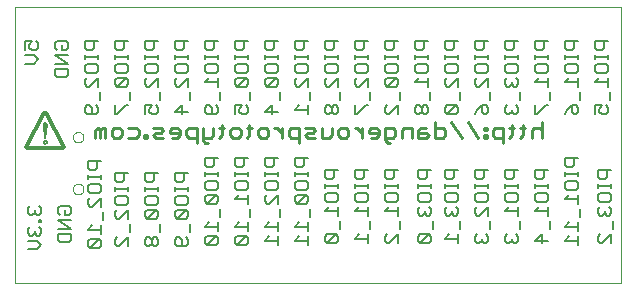
<source format=gbo>
G75*
G70*
%OFA0B0*%
%FSLAX24Y24*%
%IPPOS*%
%LPD*%
%AMOC8*
5,1,8,0,0,1.08239X$1,22.5*
%
%ADD10C,0.0000*%
%ADD11C,0.0060*%
%ADD12C,0.0090*%
%ADD13C,0.0050*%
%ADD14C,0.0120*%
D10*
X000350Y000158D02*
X000350Y009358D01*
X020550Y009358D01*
X020550Y000158D01*
X000350Y000158D01*
X002273Y003292D02*
X002275Y003318D01*
X002281Y003344D01*
X002291Y003369D01*
X002304Y003392D01*
X002320Y003412D01*
X002340Y003430D01*
X002362Y003445D01*
X002385Y003457D01*
X002411Y003465D01*
X002437Y003469D01*
X002463Y003469D01*
X002489Y003465D01*
X002515Y003457D01*
X002539Y003445D01*
X002560Y003430D01*
X002580Y003412D01*
X002596Y003392D01*
X002609Y003369D01*
X002619Y003344D01*
X002625Y003318D01*
X002627Y003292D01*
X002625Y003266D01*
X002619Y003240D01*
X002609Y003215D01*
X002596Y003192D01*
X002580Y003172D01*
X002560Y003154D01*
X002538Y003139D01*
X002515Y003127D01*
X002489Y003119D01*
X002463Y003115D01*
X002437Y003115D01*
X002411Y003119D01*
X002385Y003127D01*
X002361Y003139D01*
X002340Y003154D01*
X002320Y003172D01*
X002304Y003192D01*
X002291Y003215D01*
X002281Y003240D01*
X002275Y003266D01*
X002273Y003292D01*
X002273Y005024D02*
X002275Y005050D01*
X002281Y005076D01*
X002291Y005101D01*
X002304Y005124D01*
X002320Y005144D01*
X002340Y005162D01*
X002362Y005177D01*
X002385Y005189D01*
X002411Y005197D01*
X002437Y005201D01*
X002463Y005201D01*
X002489Y005197D01*
X002515Y005189D01*
X002539Y005177D01*
X002560Y005162D01*
X002580Y005144D01*
X002596Y005124D01*
X002609Y005101D01*
X002619Y005076D01*
X002625Y005050D01*
X002627Y005024D01*
X002625Y004998D01*
X002619Y004972D01*
X002609Y004947D01*
X002596Y004924D01*
X002580Y004904D01*
X002560Y004886D01*
X002538Y004871D01*
X002515Y004859D01*
X002489Y004851D01*
X002463Y004847D01*
X002437Y004847D01*
X002411Y004851D01*
X002385Y004859D01*
X002361Y004871D01*
X002340Y004886D01*
X002320Y004904D01*
X002304Y004924D01*
X002291Y004947D01*
X002281Y004972D01*
X002275Y004998D01*
X002273Y005024D01*
D11*
X002753Y005786D02*
X002679Y005860D01*
X002679Y006006D01*
X002753Y006080D01*
X002826Y006080D01*
X002899Y006006D01*
X002899Y005786D01*
X002753Y005786D02*
X003046Y005786D01*
X003120Y005860D01*
X003120Y006006D01*
X003046Y006080D01*
X003193Y006247D02*
X003193Y006540D01*
X003120Y006707D02*
X003120Y007001D01*
X002826Y006707D01*
X002753Y006707D01*
X002679Y006780D01*
X002679Y006927D01*
X002753Y007001D01*
X002753Y007167D02*
X002679Y007241D01*
X002679Y007387D01*
X002753Y007461D01*
X003046Y007461D01*
X003120Y007387D01*
X003120Y007241D01*
X003046Y007167D01*
X002753Y007167D01*
X002120Y007087D02*
X002046Y007014D01*
X001753Y007014D01*
X001679Y007087D01*
X001679Y007307D01*
X002120Y007307D01*
X002120Y007087D01*
X002120Y007474D02*
X001679Y007474D01*
X001679Y007768D02*
X002120Y007474D01*
X002679Y007621D02*
X002679Y007768D01*
X002679Y007694D02*
X003120Y007694D01*
X003120Y007621D02*
X003120Y007768D01*
X002899Y007935D02*
X002753Y007935D01*
X002679Y008008D01*
X002679Y008228D01*
X003120Y008228D01*
X002973Y008228D02*
X002973Y008008D01*
X002899Y007935D01*
X003679Y008008D02*
X003753Y007935D01*
X003899Y007935D01*
X003973Y008008D01*
X003973Y008228D01*
X004120Y008228D02*
X003679Y008228D01*
X003679Y008008D01*
X003679Y007768D02*
X003679Y007621D01*
X003679Y007694D02*
X004120Y007694D01*
X004120Y007621D02*
X004120Y007768D01*
X004679Y007768D02*
X004679Y007621D01*
X004679Y007694D02*
X005120Y007694D01*
X005120Y007621D02*
X005120Y007768D01*
X004899Y007935D02*
X004973Y008008D01*
X004973Y008228D01*
X005120Y008228D02*
X004679Y008228D01*
X004679Y008008D01*
X004753Y007935D01*
X004899Y007935D01*
X005679Y008008D02*
X005679Y008228D01*
X006120Y008228D01*
X005973Y008228D02*
X005973Y008008D01*
X005899Y007935D01*
X005753Y007935D01*
X005679Y008008D01*
X005679Y007768D02*
X005679Y007621D01*
X005679Y007694D02*
X006120Y007694D01*
X006120Y007621D02*
X006120Y007768D01*
X006679Y007768D02*
X006679Y007621D01*
X006679Y007694D02*
X007120Y007694D01*
X007120Y007621D02*
X007120Y007768D01*
X006899Y007935D02*
X006753Y007935D01*
X006679Y008008D01*
X006679Y008228D01*
X007120Y008228D01*
X006973Y008228D02*
X006973Y008008D01*
X006899Y007935D01*
X007679Y008008D02*
X007753Y007935D01*
X007899Y007935D01*
X007973Y008008D01*
X007973Y008228D01*
X008120Y008228D02*
X007679Y008228D01*
X007679Y008008D01*
X007679Y007768D02*
X007679Y007621D01*
X007679Y007694D02*
X008120Y007694D01*
X008120Y007621D02*
X008120Y007768D01*
X008679Y007768D02*
X008679Y007621D01*
X008679Y007694D02*
X009120Y007694D01*
X009120Y007621D02*
X009120Y007768D01*
X009679Y007768D02*
X009679Y007621D01*
X009679Y007694D02*
X010120Y007694D01*
X010120Y007621D02*
X010120Y007768D01*
X009899Y007935D02*
X009973Y008008D01*
X009973Y008228D01*
X010120Y008228D02*
X009679Y008228D01*
X009679Y008008D01*
X009753Y007935D01*
X009899Y007935D01*
X010679Y008008D02*
X010679Y008228D01*
X011120Y008228D01*
X010973Y008228D02*
X010973Y008008D01*
X010899Y007935D01*
X010753Y007935D01*
X010679Y008008D01*
X010679Y007768D02*
X010679Y007621D01*
X010679Y007694D02*
X011120Y007694D01*
X011120Y007621D02*
X011120Y007768D01*
X011679Y007768D02*
X011679Y007621D01*
X011679Y007694D02*
X012120Y007694D01*
X012120Y007621D02*
X012120Y007768D01*
X011899Y007935D02*
X011753Y007935D01*
X011679Y008008D01*
X011679Y008228D01*
X012120Y008228D01*
X011973Y008228D02*
X011973Y008008D01*
X011899Y007935D01*
X012679Y008008D02*
X012753Y007935D01*
X012899Y007935D01*
X012973Y008008D01*
X012973Y008228D01*
X013120Y008228D02*
X012679Y008228D01*
X012679Y008008D01*
X012679Y007768D02*
X012679Y007621D01*
X012679Y007694D02*
X013120Y007694D01*
X013120Y007621D02*
X013120Y007768D01*
X013679Y007768D02*
X013679Y007621D01*
X013679Y007694D02*
X014120Y007694D01*
X014120Y007621D02*
X014120Y007768D01*
X014679Y007768D02*
X014679Y007621D01*
X014679Y007694D02*
X015120Y007694D01*
X015120Y007621D02*
X015120Y007768D01*
X014899Y007935D02*
X014973Y008008D01*
X014973Y008228D01*
X015120Y008228D02*
X014679Y008228D01*
X014679Y008008D01*
X014753Y007935D01*
X014899Y007935D01*
X015679Y008008D02*
X015679Y008228D01*
X016120Y008228D01*
X015973Y008228D02*
X015973Y008008D01*
X015899Y007935D01*
X015753Y007935D01*
X015679Y008008D01*
X015679Y007768D02*
X015679Y007621D01*
X015679Y007694D02*
X016120Y007694D01*
X016120Y007621D02*
X016120Y007768D01*
X016679Y007768D02*
X016679Y007621D01*
X016679Y007694D02*
X017120Y007694D01*
X017120Y007621D02*
X017120Y007768D01*
X016899Y007935D02*
X016753Y007935D01*
X016679Y008008D01*
X016679Y008228D01*
X017120Y008228D01*
X016973Y008228D02*
X016973Y008008D01*
X016899Y007935D01*
X017679Y008008D02*
X017753Y007935D01*
X017899Y007935D01*
X017973Y008008D01*
X017973Y008228D01*
X018120Y008228D02*
X017679Y008228D01*
X017679Y008008D01*
X017679Y007768D02*
X017679Y007621D01*
X017679Y007694D02*
X018120Y007694D01*
X018120Y007621D02*
X018120Y007768D01*
X018679Y007768D02*
X018679Y007621D01*
X018679Y007694D02*
X019120Y007694D01*
X019120Y007621D02*
X019120Y007768D01*
X019679Y007768D02*
X019679Y007621D01*
X019679Y007694D02*
X020120Y007694D01*
X020120Y007621D02*
X020120Y007768D01*
X019899Y007935D02*
X019973Y008008D01*
X019973Y008228D01*
X020120Y008228D02*
X019679Y008228D01*
X019679Y008008D01*
X019753Y007935D01*
X019899Y007935D01*
X019120Y008228D02*
X018679Y008228D01*
X018679Y008008D01*
X018753Y007935D01*
X018899Y007935D01*
X018973Y008008D01*
X018973Y008228D01*
X019046Y007461D02*
X019120Y007387D01*
X019120Y007241D01*
X019046Y007167D01*
X018753Y007167D01*
X018679Y007241D01*
X018679Y007387D01*
X018753Y007461D01*
X019046Y007461D01*
X019679Y007387D02*
X019679Y007241D01*
X019753Y007167D01*
X020046Y007167D01*
X020120Y007241D01*
X020120Y007387D01*
X020046Y007461D01*
X019753Y007461D01*
X019679Y007387D01*
X019826Y007001D02*
X019679Y006854D01*
X020120Y006854D01*
X020120Y007001D02*
X020120Y006707D01*
X020193Y006540D02*
X020193Y006247D01*
X020046Y006080D02*
X020120Y006006D01*
X020120Y005860D01*
X020046Y005786D01*
X019899Y005786D01*
X019826Y005860D01*
X019826Y005933D01*
X019899Y006080D01*
X019679Y006080D01*
X019679Y005786D01*
X019120Y005860D02*
X019046Y005786D01*
X018973Y005786D01*
X018899Y005860D01*
X018899Y006080D01*
X019046Y006080D01*
X019120Y006006D01*
X019120Y005860D01*
X018899Y006080D02*
X018753Y005933D01*
X018679Y005786D01*
X018120Y006080D02*
X018046Y006080D01*
X017753Y005786D01*
X017679Y005786D01*
X017679Y006080D01*
X017193Y006247D02*
X017193Y006540D01*
X017046Y006707D02*
X017120Y006780D01*
X017120Y006927D01*
X017046Y007001D01*
X016899Y006854D02*
X016899Y006780D01*
X016973Y006707D01*
X017046Y006707D01*
X016899Y006780D02*
X016826Y006707D01*
X016753Y006707D01*
X016679Y006780D01*
X016679Y006927D01*
X016753Y007001D01*
X016753Y007167D02*
X016679Y007241D01*
X016679Y007387D01*
X016753Y007461D01*
X017046Y007461D01*
X017120Y007387D01*
X017120Y007241D01*
X017046Y007167D01*
X016753Y007167D01*
X016120Y007241D02*
X016120Y007387D01*
X016046Y007461D01*
X015753Y007461D01*
X015679Y007387D01*
X015679Y007241D01*
X015753Y007167D01*
X016046Y007167D01*
X016120Y007241D01*
X016120Y007001D02*
X015826Y006707D01*
X015753Y006707D01*
X015679Y006780D01*
X015679Y006927D01*
X015753Y007001D01*
X016120Y007001D02*
X016120Y006707D01*
X016193Y006540D02*
X016193Y006247D01*
X016046Y006080D02*
X015899Y006080D01*
X015899Y005860D01*
X015973Y005786D01*
X016046Y005786D01*
X016120Y005860D01*
X016120Y006006D01*
X016046Y006080D01*
X015899Y006080D02*
X015753Y005933D01*
X015679Y005786D01*
X015120Y005860D02*
X015046Y005786D01*
X014753Y005786D01*
X015046Y006080D01*
X015120Y006006D01*
X015120Y005860D01*
X014753Y005786D02*
X014679Y005860D01*
X014679Y006006D01*
X014753Y006080D01*
X015046Y006080D01*
X015193Y006247D02*
X015193Y006540D01*
X015120Y006707D02*
X015120Y007001D01*
X014826Y006707D01*
X014753Y006707D01*
X014679Y006780D01*
X014679Y006927D01*
X014753Y007001D01*
X014753Y007167D02*
X014679Y007241D01*
X014679Y007387D01*
X014753Y007461D01*
X015046Y007461D01*
X015120Y007387D01*
X015120Y007241D01*
X015046Y007167D01*
X014753Y007167D01*
X014120Y007241D02*
X014120Y007387D01*
X014046Y007461D01*
X013753Y007461D01*
X013679Y007387D01*
X013679Y007241D01*
X013753Y007167D01*
X014046Y007167D01*
X014120Y007241D01*
X014120Y007001D02*
X014120Y006707D01*
X014120Y006854D02*
X013679Y006854D01*
X013826Y007001D01*
X013120Y006927D02*
X013120Y006780D01*
X013046Y006707D01*
X012753Y006707D01*
X013046Y007001D01*
X013120Y006927D01*
X013046Y007001D02*
X012753Y007001D01*
X012679Y006927D01*
X012679Y006780D01*
X012753Y006707D01*
X013193Y006540D02*
X013193Y006247D01*
X013120Y006080D02*
X012826Y005786D01*
X012753Y005786D01*
X012679Y005860D01*
X012679Y006006D01*
X012753Y006080D01*
X013120Y006080D02*
X013120Y005786D01*
X013679Y005860D02*
X013753Y005786D01*
X013826Y005786D01*
X013899Y005860D01*
X013899Y006006D01*
X013826Y006080D01*
X013753Y006080D01*
X013679Y006006D01*
X013679Y005860D01*
X013899Y005860D02*
X013973Y005786D01*
X014046Y005786D01*
X014120Y005860D01*
X014120Y006006D01*
X014046Y006080D01*
X013973Y006080D01*
X013899Y006006D01*
X014193Y006247D02*
X014193Y006540D01*
X012193Y006540D02*
X012193Y006247D01*
X012120Y006080D02*
X012046Y006080D01*
X011753Y005786D01*
X011679Y005786D01*
X011679Y006080D01*
X011193Y006247D02*
X011193Y006540D01*
X011120Y006707D02*
X011120Y007001D01*
X010826Y006707D01*
X010753Y006707D01*
X010679Y006780D01*
X010679Y006927D01*
X010753Y007001D01*
X010753Y007167D02*
X010679Y007241D01*
X010679Y007387D01*
X010753Y007461D01*
X011046Y007461D01*
X011120Y007387D01*
X011120Y007241D01*
X011046Y007167D01*
X010753Y007167D01*
X010120Y007241D02*
X010120Y007387D01*
X010046Y007461D01*
X009753Y007461D01*
X009679Y007387D01*
X009679Y007241D01*
X009753Y007167D01*
X010046Y007167D01*
X010120Y007241D01*
X010120Y007001D02*
X009826Y006707D01*
X009753Y006707D01*
X009679Y006780D01*
X009679Y006927D01*
X009753Y007001D01*
X010120Y007001D02*
X010120Y006707D01*
X010193Y006540D02*
X010193Y006247D01*
X010120Y006080D02*
X010120Y005786D01*
X010120Y005933D02*
X009679Y005933D01*
X009826Y006080D01*
X009193Y006247D02*
X009193Y006540D01*
X009046Y006707D02*
X009120Y006780D01*
X009120Y006927D01*
X009046Y007001D01*
X008753Y006707D01*
X009046Y006707D01*
X008753Y006707D02*
X008679Y006780D01*
X008679Y006927D01*
X008753Y007001D01*
X009046Y007001D01*
X009046Y007167D02*
X008753Y007167D01*
X008679Y007241D01*
X008679Y007387D01*
X008753Y007461D01*
X009046Y007461D01*
X009120Y007387D01*
X009120Y007241D01*
X009046Y007167D01*
X008120Y007241D02*
X008046Y007167D01*
X007753Y007167D01*
X007679Y007241D01*
X007679Y007387D01*
X007753Y007461D01*
X008046Y007461D01*
X008120Y007387D01*
X008120Y007241D01*
X008046Y007001D02*
X007753Y007001D01*
X007679Y006927D01*
X007679Y006780D01*
X007753Y006707D01*
X008046Y007001D01*
X008120Y006927D01*
X008120Y006780D01*
X008046Y006707D01*
X007753Y006707D01*
X008193Y006540D02*
X008193Y006247D01*
X008046Y006080D02*
X008120Y006006D01*
X008120Y005860D01*
X008046Y005786D01*
X007899Y005786D01*
X007826Y005860D01*
X007826Y005933D01*
X007899Y006080D01*
X007679Y006080D01*
X007679Y005786D01*
X007120Y005860D02*
X007046Y005786D01*
X006753Y005786D01*
X006679Y005860D01*
X006679Y006006D01*
X006753Y006080D01*
X006826Y006080D01*
X006899Y006006D01*
X006899Y005786D01*
X007120Y005860D02*
X007120Y006006D01*
X007046Y006080D01*
X007193Y006247D02*
X007193Y006540D01*
X007120Y006707D02*
X007120Y007001D01*
X007120Y006854D02*
X006679Y006854D01*
X006826Y007001D01*
X006753Y007167D02*
X006679Y007241D01*
X006679Y007387D01*
X006753Y007461D01*
X007046Y007461D01*
X007120Y007387D01*
X007120Y007241D01*
X007046Y007167D01*
X006753Y007167D01*
X006120Y007241D02*
X006120Y007387D01*
X006046Y007461D01*
X005753Y007461D01*
X005679Y007387D01*
X005679Y007241D01*
X005753Y007167D01*
X006046Y007167D01*
X006120Y007241D01*
X006120Y007001D02*
X005826Y006707D01*
X005753Y006707D01*
X005679Y006780D01*
X005679Y006927D01*
X005753Y007001D01*
X006120Y007001D02*
X006120Y006707D01*
X006193Y006540D02*
X006193Y006247D01*
X005899Y006080D02*
X005899Y005786D01*
X005679Y005860D02*
X005899Y006080D01*
X006120Y005860D02*
X005679Y005860D01*
X005120Y005860D02*
X005120Y006006D01*
X005046Y006080D01*
X004899Y006080D02*
X004826Y005933D01*
X004826Y005860D01*
X004899Y005786D01*
X005046Y005786D01*
X005120Y005860D01*
X004899Y006080D02*
X004679Y006080D01*
X004679Y005786D01*
X004046Y006080D02*
X003753Y005786D01*
X003679Y005786D01*
X003679Y006080D01*
X004046Y006080D02*
X004120Y006080D01*
X004193Y006247D02*
X004193Y006540D01*
X004046Y006707D02*
X004120Y006780D01*
X004120Y006927D01*
X004046Y007001D01*
X003753Y006707D01*
X004046Y006707D01*
X003753Y006707D02*
X003679Y006780D01*
X003679Y006927D01*
X003753Y007001D01*
X004046Y007001D01*
X004046Y007167D02*
X003753Y007167D01*
X003679Y007241D01*
X003679Y007387D01*
X003753Y007461D01*
X004046Y007461D01*
X004120Y007387D01*
X004120Y007241D01*
X004046Y007167D01*
X004679Y007241D02*
X004679Y007387D01*
X004753Y007461D01*
X005046Y007461D01*
X005120Y007387D01*
X005120Y007241D01*
X005046Y007167D01*
X004753Y007167D01*
X004679Y007241D01*
X004753Y007001D02*
X004679Y006927D01*
X004679Y006780D01*
X004753Y006707D01*
X004826Y006707D01*
X005120Y007001D01*
X005120Y006707D01*
X005193Y006540D02*
X005193Y006247D01*
X008679Y005860D02*
X008899Y006080D01*
X008899Y005786D01*
X008679Y005860D02*
X009120Y005860D01*
X010679Y005860D02*
X010753Y005786D01*
X010826Y005786D01*
X010899Y005860D01*
X010899Y006006D01*
X010826Y006080D01*
X010753Y006080D01*
X010679Y006006D01*
X010679Y005860D01*
X010899Y005860D02*
X010973Y005786D01*
X011046Y005786D01*
X011120Y005860D01*
X011120Y006006D01*
X011046Y006080D01*
X010973Y006080D01*
X010899Y006006D01*
X011679Y006780D02*
X011753Y006707D01*
X011826Y006707D01*
X012120Y007001D01*
X012120Y006707D01*
X011679Y006780D02*
X011679Y006927D01*
X011753Y007001D01*
X011753Y007167D02*
X011679Y007241D01*
X011679Y007387D01*
X011753Y007461D01*
X012046Y007461D01*
X012120Y007387D01*
X012120Y007241D01*
X012046Y007167D01*
X011753Y007167D01*
X012679Y007241D02*
X012753Y007167D01*
X013046Y007167D01*
X013120Y007241D01*
X013120Y007387D01*
X013046Y007461D01*
X012753Y007461D01*
X012679Y007387D01*
X012679Y007241D01*
X013679Y008008D02*
X013753Y007935D01*
X013899Y007935D01*
X013973Y008008D01*
X013973Y008228D01*
X014120Y008228D02*
X013679Y008228D01*
X013679Y008008D01*
X017679Y007387D02*
X017679Y007241D01*
X017753Y007167D01*
X018046Y007167D01*
X018120Y007241D01*
X018120Y007387D01*
X018046Y007461D01*
X017753Y007461D01*
X017679Y007387D01*
X017826Y007001D02*
X017679Y006854D01*
X018120Y006854D01*
X018120Y007001D02*
X018120Y006707D01*
X018193Y006540D02*
X018193Y006247D01*
X019193Y006247D02*
X019193Y006540D01*
X019120Y006707D02*
X019120Y007001D01*
X019120Y006854D02*
X018679Y006854D01*
X018826Y007001D01*
X017120Y006006D02*
X017046Y006080D01*
X017120Y006006D02*
X017120Y005860D01*
X017046Y005786D01*
X016973Y005786D01*
X016899Y005860D01*
X016899Y005933D01*
X016899Y005860D02*
X016826Y005786D01*
X016753Y005786D01*
X016679Y005860D01*
X016679Y006006D01*
X016753Y006080D01*
X018679Y004328D02*
X018679Y004108D01*
X018753Y004035D01*
X018899Y004035D01*
X018973Y004108D01*
X018973Y004328D01*
X019120Y004328D02*
X018679Y004328D01*
X018120Y003928D02*
X017679Y003928D01*
X017679Y003708D01*
X017753Y003635D01*
X017899Y003635D01*
X017973Y003708D01*
X017973Y003928D01*
X018679Y003868D02*
X018679Y003721D01*
X018679Y003794D02*
X019120Y003794D01*
X019120Y003721D02*
X019120Y003868D01*
X019779Y003928D02*
X019779Y003708D01*
X019853Y003635D01*
X019999Y003635D01*
X020073Y003708D01*
X020073Y003928D01*
X020220Y003928D02*
X019779Y003928D01*
X019120Y003487D02*
X019046Y003561D01*
X018753Y003561D01*
X018679Y003487D01*
X018679Y003341D01*
X018753Y003267D01*
X019046Y003267D01*
X019120Y003341D01*
X019120Y003487D01*
X019779Y003468D02*
X019779Y003321D01*
X019779Y003394D02*
X020220Y003394D01*
X020220Y003321D02*
X020220Y003468D01*
X020146Y003161D02*
X019853Y003161D01*
X019779Y003087D01*
X019779Y002941D01*
X019853Y002867D01*
X020146Y002867D01*
X020220Y002941D01*
X020220Y003087D01*
X020146Y003161D01*
X019120Y003101D02*
X019120Y002807D01*
X019120Y002954D02*
X018679Y002954D01*
X018826Y003101D01*
X018120Y003087D02*
X018120Y002941D01*
X018046Y002867D01*
X017753Y002867D01*
X017679Y002941D01*
X017679Y003087D01*
X017753Y003161D01*
X018046Y003161D01*
X018120Y003087D01*
X018120Y003321D02*
X018120Y003468D01*
X018120Y003394D02*
X017679Y003394D01*
X017679Y003321D02*
X017679Y003468D01*
X017120Y003468D02*
X017120Y003321D01*
X017120Y003394D02*
X016679Y003394D01*
X016679Y003321D02*
X016679Y003468D01*
X016753Y003635D02*
X016899Y003635D01*
X016973Y003708D01*
X016973Y003928D01*
X017120Y003928D02*
X016679Y003928D01*
X016679Y003708D01*
X016753Y003635D01*
X016120Y003468D02*
X016120Y003321D01*
X016120Y003394D02*
X015679Y003394D01*
X015679Y003321D02*
X015679Y003468D01*
X015753Y003635D02*
X015899Y003635D01*
X015973Y003708D01*
X015973Y003928D01*
X016120Y003928D02*
X015679Y003928D01*
X015679Y003708D01*
X015753Y003635D01*
X015120Y003468D02*
X015120Y003321D01*
X015120Y003394D02*
X014679Y003394D01*
X014679Y003321D02*
X014679Y003468D01*
X014220Y003468D02*
X014220Y003321D01*
X014220Y003394D02*
X013779Y003394D01*
X013779Y003321D02*
X013779Y003468D01*
X013853Y003635D02*
X013999Y003635D01*
X014073Y003708D01*
X014073Y003928D01*
X014220Y003928D02*
X013779Y003928D01*
X013779Y003708D01*
X013853Y003635D01*
X014679Y003708D02*
X014753Y003635D01*
X014899Y003635D01*
X014973Y003708D01*
X014973Y003928D01*
X015120Y003928D02*
X014679Y003928D01*
X014679Y003708D01*
X014753Y003161D02*
X015046Y003161D01*
X015120Y003087D01*
X015120Y002941D01*
X015046Y002867D01*
X014753Y002867D01*
X014679Y002941D01*
X014679Y003087D01*
X014753Y003161D01*
X014220Y003087D02*
X014220Y002941D01*
X014146Y002867D01*
X013853Y002867D01*
X013779Y002941D01*
X013779Y003087D01*
X013853Y003161D01*
X014146Y003161D01*
X014220Y003087D01*
X014146Y002701D02*
X014220Y002627D01*
X014220Y002480D01*
X014146Y002407D01*
X014073Y002407D01*
X013999Y002480D01*
X013999Y002554D01*
X013999Y002480D02*
X013926Y002407D01*
X013853Y002407D01*
X013779Y002480D01*
X013779Y002627D01*
X013853Y002701D01*
X014679Y002627D02*
X014679Y002480D01*
X014753Y002407D01*
X014826Y002407D01*
X014899Y002480D01*
X014973Y002407D01*
X015046Y002407D01*
X015120Y002480D01*
X015120Y002627D01*
X015046Y002701D01*
X014753Y002701D02*
X014679Y002627D01*
X014899Y002554D02*
X014899Y002480D01*
X015193Y002240D02*
X015193Y001947D01*
X015120Y001780D02*
X015120Y001486D01*
X015120Y001633D02*
X014679Y001633D01*
X014826Y001780D01*
X014293Y001947D02*
X014293Y002240D01*
X013193Y002240D02*
X013193Y001947D01*
X013120Y001780D02*
X012826Y001486D01*
X012753Y001486D01*
X012679Y001560D01*
X012679Y001706D01*
X012753Y001780D01*
X013120Y001780D02*
X013120Y001486D01*
X013779Y001560D02*
X013853Y001486D01*
X014146Y001780D01*
X014220Y001706D01*
X014220Y001560D01*
X014146Y001486D01*
X013853Y001486D01*
X013779Y001560D02*
X013779Y001706D01*
X013853Y001780D01*
X014146Y001780D01*
X015679Y001706D02*
X015679Y001560D01*
X015753Y001486D01*
X015826Y001486D01*
X015899Y001560D01*
X015973Y001486D01*
X016046Y001486D01*
X016120Y001560D01*
X016120Y001706D01*
X016046Y001780D01*
X015899Y001633D02*
X015899Y001560D01*
X015753Y001780D02*
X015679Y001706D01*
X016193Y001947D02*
X016193Y002240D01*
X016120Y002407D02*
X016120Y002701D01*
X015826Y002407D01*
X015753Y002407D01*
X015679Y002480D01*
X015679Y002627D01*
X015753Y002701D01*
X015753Y002867D02*
X015679Y002941D01*
X015679Y003087D01*
X015753Y003161D01*
X016046Y003161D01*
X016120Y003087D01*
X016120Y002941D01*
X016046Y002867D01*
X015753Y002867D01*
X016679Y002941D02*
X016753Y002867D01*
X017046Y002867D01*
X017120Y002941D01*
X017120Y003087D01*
X017046Y003161D01*
X016753Y003161D01*
X016679Y003087D01*
X016679Y002941D01*
X016826Y002701D02*
X016679Y002554D01*
X017120Y002554D01*
X017120Y002701D02*
X017120Y002407D01*
X017193Y002240D02*
X017193Y001947D01*
X017046Y001780D02*
X017120Y001706D01*
X017120Y001560D01*
X017046Y001486D01*
X016973Y001486D01*
X016899Y001560D01*
X016899Y001633D01*
X016899Y001560D02*
X016826Y001486D01*
X016753Y001486D01*
X016679Y001560D01*
X016679Y001706D01*
X016753Y001780D01*
X017679Y001560D02*
X017899Y001780D01*
X017899Y001486D01*
X017679Y001560D02*
X018120Y001560D01*
X018679Y001573D02*
X019120Y001573D01*
X019120Y001719D02*
X019120Y001426D01*
X018826Y001719D02*
X018679Y001573D01*
X019120Y001886D02*
X019120Y002180D01*
X019120Y002033D02*
X018679Y002033D01*
X018826Y002180D01*
X019193Y002347D02*
X019193Y002640D01*
X019779Y002627D02*
X019779Y002480D01*
X019853Y002407D01*
X019926Y002407D01*
X019999Y002480D01*
X020073Y002407D01*
X020146Y002407D01*
X020220Y002480D01*
X020220Y002627D01*
X020146Y002701D01*
X019853Y002701D02*
X019779Y002627D01*
X019999Y002554D02*
X019999Y002480D01*
X020293Y002240D02*
X020293Y001947D01*
X020220Y001780D02*
X019926Y001486D01*
X019853Y001486D01*
X019779Y001560D01*
X019779Y001706D01*
X019853Y001780D01*
X020220Y001780D02*
X020220Y001486D01*
X018193Y001947D02*
X018193Y002240D01*
X018120Y002407D02*
X018120Y002701D01*
X017826Y002701D02*
X017679Y002554D01*
X018120Y002554D01*
X013120Y002554D02*
X012679Y002554D01*
X012826Y002701D01*
X013120Y002701D02*
X013120Y002407D01*
X012193Y002240D02*
X012193Y001947D01*
X012120Y001780D02*
X012120Y001486D01*
X012120Y001633D02*
X011679Y001633D01*
X011826Y001780D01*
X011193Y001947D02*
X011193Y002240D01*
X011120Y002407D02*
X011120Y002701D01*
X010826Y002701D02*
X010679Y002554D01*
X011120Y002554D01*
X011679Y002554D02*
X011826Y002701D01*
X012120Y002701D02*
X012120Y002407D01*
X012120Y002554D02*
X011679Y002554D01*
X011753Y002867D02*
X011679Y002941D01*
X011679Y003087D01*
X011753Y003161D01*
X012046Y003161D01*
X012120Y003087D01*
X012120Y002941D01*
X012046Y002867D01*
X011753Y002867D01*
X011120Y002941D02*
X011120Y003087D01*
X011046Y003161D01*
X010753Y003161D01*
X010679Y003087D01*
X010679Y002941D01*
X010753Y002867D01*
X011046Y002867D01*
X011120Y002941D01*
X010193Y002640D02*
X010193Y002347D01*
X010120Y002180D02*
X010120Y001886D01*
X010120Y001719D02*
X010120Y001426D01*
X010120Y001573D02*
X009679Y001573D01*
X009826Y001719D01*
X009120Y001719D02*
X009120Y001426D01*
X009120Y001573D02*
X008679Y001573D01*
X008826Y001719D01*
X009120Y001886D02*
X009120Y002180D01*
X009120Y002033D02*
X008679Y002033D01*
X008826Y002180D01*
X009193Y002347D02*
X009193Y002640D01*
X009120Y002807D02*
X009120Y003101D01*
X008826Y002807D01*
X008753Y002807D01*
X008679Y002880D01*
X008679Y003027D01*
X008753Y003101D01*
X008753Y003267D02*
X008679Y003341D01*
X008679Y003487D01*
X008753Y003561D01*
X009046Y003561D01*
X009120Y003487D01*
X009120Y003341D01*
X009046Y003267D01*
X008753Y003267D01*
X009679Y003341D02*
X009679Y003487D01*
X009753Y003561D01*
X010046Y003561D01*
X010120Y003487D01*
X010120Y003341D01*
X010046Y003267D01*
X009753Y003267D01*
X009679Y003341D01*
X009753Y003101D02*
X009679Y003027D01*
X009679Y002880D01*
X009753Y002807D01*
X010046Y003101D01*
X010120Y003027D01*
X010120Y002880D01*
X010046Y002807D01*
X009753Y002807D01*
X009753Y003101D02*
X010046Y003101D01*
X010679Y003321D02*
X010679Y003468D01*
X010679Y003394D02*
X011120Y003394D01*
X011120Y003321D02*
X011120Y003468D01*
X010899Y003635D02*
X010973Y003708D01*
X010973Y003928D01*
X011120Y003928D02*
X010679Y003928D01*
X010679Y003708D01*
X010753Y003635D01*
X010899Y003635D01*
X010120Y003721D02*
X010120Y003868D01*
X010120Y003794D02*
X009679Y003794D01*
X009679Y003721D02*
X009679Y003868D01*
X009120Y003868D02*
X009120Y003721D01*
X009120Y003794D02*
X008679Y003794D01*
X008679Y003721D02*
X008679Y003868D01*
X008753Y004035D02*
X008899Y004035D01*
X008973Y004108D01*
X008973Y004328D01*
X009120Y004328D02*
X008679Y004328D01*
X008679Y004108D01*
X008753Y004035D01*
X009679Y004108D02*
X009753Y004035D01*
X009899Y004035D01*
X009973Y004108D01*
X009973Y004328D01*
X010120Y004328D02*
X009679Y004328D01*
X009679Y004108D01*
X008120Y004328D02*
X007679Y004328D01*
X007679Y004108D01*
X007753Y004035D01*
X007899Y004035D01*
X007973Y004108D01*
X007973Y004328D01*
X007120Y004328D02*
X006679Y004328D01*
X006679Y004108D01*
X006753Y004035D01*
X006899Y004035D01*
X006973Y004108D01*
X006973Y004328D01*
X007120Y003868D02*
X007120Y003721D01*
X007120Y003794D02*
X006679Y003794D01*
X006679Y003721D02*
X006679Y003868D01*
X006120Y003828D02*
X005679Y003828D01*
X005679Y003608D01*
X005753Y003535D01*
X005899Y003535D01*
X005973Y003608D01*
X005973Y003828D01*
X006679Y003487D02*
X006753Y003561D01*
X007046Y003561D01*
X007120Y003487D01*
X007120Y003341D01*
X007046Y003267D01*
X006753Y003267D01*
X006679Y003341D01*
X006679Y003487D01*
X006120Y003368D02*
X006120Y003221D01*
X006120Y003294D02*
X005679Y003294D01*
X005679Y003221D02*
X005679Y003368D01*
X005120Y003368D02*
X005120Y003221D01*
X005120Y003294D02*
X004679Y003294D01*
X004679Y003221D02*
X004679Y003368D01*
X004120Y003368D02*
X004120Y003221D01*
X004120Y003294D02*
X003679Y003294D01*
X003679Y003221D02*
X003679Y003368D01*
X003220Y003387D02*
X003220Y003241D01*
X003146Y003167D01*
X002853Y003167D01*
X002779Y003241D01*
X002779Y003387D01*
X002853Y003461D01*
X003146Y003461D01*
X003220Y003387D01*
X003679Y003608D02*
X003753Y003535D01*
X003899Y003535D01*
X003973Y003608D01*
X003973Y003828D01*
X004120Y003828D02*
X003679Y003828D01*
X003679Y003608D01*
X003220Y003621D02*
X003220Y003768D01*
X003220Y003694D02*
X002779Y003694D01*
X002779Y003621D02*
X002779Y003768D01*
X002853Y003935D02*
X002999Y003935D01*
X003073Y004008D01*
X003073Y004228D01*
X003220Y004228D02*
X002779Y004228D01*
X002779Y004008D01*
X002853Y003935D01*
X004679Y003828D02*
X004679Y003608D01*
X004753Y003535D01*
X004899Y003535D01*
X004973Y003608D01*
X004973Y003828D01*
X005120Y003828D02*
X004679Y003828D01*
X004753Y003061D02*
X005046Y003061D01*
X005120Y002987D01*
X005120Y002841D01*
X005046Y002767D01*
X004753Y002767D01*
X004679Y002841D01*
X004679Y002987D01*
X004753Y003061D01*
X004120Y002987D02*
X004120Y002841D01*
X004046Y002767D01*
X003753Y002767D01*
X003679Y002841D01*
X003679Y002987D01*
X003753Y003061D01*
X004046Y003061D01*
X004120Y002987D01*
X003220Y003001D02*
X003220Y002707D01*
X003220Y003001D02*
X002926Y002707D01*
X002853Y002707D01*
X002779Y002780D01*
X002779Y002927D01*
X002853Y003001D01*
X002220Y002655D02*
X002146Y002728D01*
X001853Y002728D01*
X001779Y002655D01*
X001779Y002508D01*
X001853Y002435D01*
X001999Y002435D02*
X001999Y002581D01*
X002146Y002435D02*
X002220Y002508D01*
X002220Y002655D01*
X002146Y002435D02*
X001999Y002435D01*
X001779Y002268D02*
X002220Y001974D01*
X001779Y001974D01*
X001779Y001807D02*
X001779Y001587D01*
X001853Y001514D01*
X002146Y001514D01*
X002220Y001587D01*
X002220Y001807D01*
X001779Y001807D01*
X001220Y001817D02*
X001220Y001964D01*
X001146Y002038D01*
X000853Y002038D02*
X000779Y001964D01*
X000779Y001817D01*
X000853Y001744D01*
X000926Y001744D01*
X000999Y001817D01*
X001073Y001744D01*
X001146Y001744D01*
X001220Y001817D01*
X000999Y001817D02*
X000999Y001891D01*
X001073Y001577D02*
X000779Y001577D01*
X001073Y001577D02*
X001220Y001430D01*
X001073Y001284D01*
X000779Y001284D01*
X002779Y001399D02*
X002853Y001326D01*
X003146Y001619D01*
X003220Y001546D01*
X003220Y001399D01*
X003146Y001326D01*
X002853Y001326D01*
X002779Y001399D02*
X002779Y001546D01*
X002853Y001619D01*
X003146Y001619D01*
X003220Y001786D02*
X003220Y002080D01*
X003220Y001933D02*
X002779Y001933D01*
X002926Y002080D01*
X003293Y002247D02*
X003293Y002540D01*
X003679Y002527D02*
X003679Y002380D01*
X003753Y002307D01*
X003826Y002307D01*
X004120Y002601D01*
X004120Y002307D01*
X004679Y002380D02*
X004753Y002307D01*
X005046Y002601D01*
X005120Y002527D01*
X005120Y002380D01*
X005046Y002307D01*
X004753Y002307D01*
X004679Y002380D02*
X004679Y002527D01*
X004753Y002601D01*
X005046Y002601D01*
X005679Y002527D02*
X005679Y002380D01*
X005753Y002307D01*
X006046Y002601D01*
X006120Y002527D01*
X006120Y002380D01*
X006046Y002307D01*
X005753Y002307D01*
X005679Y002527D02*
X005753Y002601D01*
X006046Y002601D01*
X006046Y002767D02*
X005753Y002767D01*
X005679Y002841D01*
X005679Y002987D01*
X005753Y003061D01*
X006046Y003061D01*
X006120Y002987D01*
X006120Y002841D01*
X006046Y002767D01*
X006679Y002880D02*
X006679Y003027D01*
X006753Y003101D01*
X007046Y003101D01*
X006753Y002807D01*
X007046Y002807D01*
X007120Y002880D01*
X007120Y003027D01*
X007046Y003101D01*
X006753Y002807D02*
X006679Y002880D01*
X007193Y002640D02*
X007193Y002347D01*
X007120Y002180D02*
X007120Y001886D01*
X007046Y001719D02*
X006753Y001719D01*
X006679Y001646D01*
X006679Y001499D01*
X006753Y001426D01*
X007046Y001719D01*
X007120Y001646D01*
X007120Y001499D01*
X007046Y001426D01*
X006753Y001426D01*
X006120Y001460D02*
X006120Y001606D01*
X006046Y001680D01*
X005899Y001606D02*
X005899Y001386D01*
X005753Y001386D02*
X005679Y001460D01*
X005679Y001606D01*
X005753Y001680D01*
X005826Y001680D01*
X005899Y001606D01*
X006120Y001460D02*
X006046Y001386D01*
X005753Y001386D01*
X005120Y001460D02*
X005120Y001606D01*
X005046Y001680D01*
X004973Y001680D01*
X004899Y001606D01*
X004899Y001460D01*
X004973Y001386D01*
X005046Y001386D01*
X005120Y001460D01*
X004899Y001460D02*
X004826Y001386D01*
X004753Y001386D01*
X004679Y001460D01*
X004679Y001606D01*
X004753Y001680D01*
X004826Y001680D01*
X004899Y001606D01*
X004120Y001680D02*
X004120Y001386D01*
X004120Y001680D02*
X003826Y001386D01*
X003753Y001386D01*
X003679Y001460D01*
X003679Y001606D01*
X003753Y001680D01*
X004193Y001847D02*
X004193Y002140D01*
X005193Y002140D02*
X005193Y001847D01*
X006193Y001847D02*
X006193Y002140D01*
X006679Y002033D02*
X007120Y002033D01*
X006826Y002180D02*
X006679Y002033D01*
X007679Y002033D02*
X008120Y002033D01*
X008120Y002180D02*
X008120Y001886D01*
X008046Y001719D02*
X007753Y001719D01*
X007679Y001646D01*
X007679Y001499D01*
X007753Y001426D01*
X008046Y001719D01*
X008120Y001646D01*
X008120Y001499D01*
X008046Y001426D01*
X007753Y001426D01*
X007679Y002033D02*
X007826Y002180D01*
X008193Y002347D02*
X008193Y002640D01*
X008120Y002807D02*
X008120Y003101D01*
X008120Y002954D02*
X007679Y002954D01*
X007826Y003101D01*
X007753Y003267D02*
X007679Y003341D01*
X007679Y003487D01*
X007753Y003561D01*
X008046Y003561D01*
X008120Y003487D01*
X008120Y003341D01*
X008046Y003267D01*
X007753Y003267D01*
X007679Y003721D02*
X007679Y003868D01*
X007679Y003794D02*
X008120Y003794D01*
X008120Y003721D02*
X008120Y003868D01*
X011679Y003928D02*
X011679Y003708D01*
X011753Y003635D01*
X011899Y003635D01*
X011973Y003708D01*
X011973Y003928D01*
X012120Y003928D02*
X011679Y003928D01*
X012679Y003928D02*
X012679Y003708D01*
X012753Y003635D01*
X012899Y003635D01*
X012973Y003708D01*
X012973Y003928D01*
X013120Y003928D02*
X012679Y003928D01*
X012679Y003468D02*
X012679Y003321D01*
X012679Y003394D02*
X013120Y003394D01*
X013120Y003321D02*
X013120Y003468D01*
X013046Y003161D02*
X012753Y003161D01*
X012679Y003087D01*
X012679Y002941D01*
X012753Y002867D01*
X013046Y002867D01*
X013120Y002941D01*
X013120Y003087D01*
X013046Y003161D01*
X012120Y003321D02*
X012120Y003468D01*
X012120Y003394D02*
X011679Y003394D01*
X011679Y003321D02*
X011679Y003468D01*
X009826Y002180D02*
X009679Y002033D01*
X010120Y002033D01*
X010679Y001706D02*
X010753Y001780D01*
X011046Y001780D01*
X010753Y001486D01*
X011046Y001486D01*
X011120Y001560D01*
X011120Y001706D01*
X011046Y001780D01*
X010679Y001706D02*
X010679Y001560D01*
X010753Y001486D01*
X003753Y002601D02*
X003679Y002527D01*
X002220Y002268D02*
X001779Y002268D01*
X001220Y002268D02*
X001220Y002194D01*
X001146Y002194D01*
X001146Y002268D01*
X001220Y002268D01*
X001146Y002435D02*
X001220Y002508D01*
X001220Y002655D01*
X001146Y002728D01*
X000999Y002581D02*
X000999Y002508D01*
X001073Y002435D01*
X001146Y002435D01*
X000999Y002508D02*
X000926Y002435D01*
X000853Y002435D01*
X000779Y002508D01*
X000779Y002655D01*
X000853Y002728D01*
X000973Y007474D02*
X000679Y007474D01*
X000973Y007474D02*
X001120Y007621D01*
X000973Y007768D01*
X000679Y007768D01*
X000679Y007935D02*
X000679Y008228D01*
X000899Y008228D01*
X000826Y008081D01*
X000826Y008008D01*
X000899Y007935D01*
X001046Y007935D01*
X001120Y008008D01*
X001120Y008155D01*
X001046Y008228D01*
X001679Y008155D02*
X001679Y008008D01*
X001753Y007935D01*
X001899Y007935D02*
X001899Y008081D01*
X001899Y007935D02*
X002046Y007935D01*
X002120Y008008D01*
X002120Y008155D01*
X002046Y008228D01*
X001753Y008228D01*
X001679Y008155D01*
X001679Y007768D02*
X002120Y007768D01*
X008679Y008008D02*
X008753Y007935D01*
X008899Y007935D01*
X008973Y008008D01*
X008973Y008228D01*
X009120Y008228D02*
X008679Y008228D01*
X008679Y008008D01*
D12*
X008152Y005428D02*
X008152Y005088D01*
X008067Y005003D01*
X007869Y005088D02*
X007784Y005003D01*
X007613Y005003D01*
X007528Y005088D01*
X007528Y005258D01*
X007613Y005343D01*
X007784Y005343D01*
X007869Y005258D01*
X007869Y005088D01*
X008449Y005088D02*
X008449Y005258D01*
X008534Y005343D01*
X008704Y005343D01*
X008789Y005258D01*
X008789Y005088D01*
X008704Y005003D01*
X008534Y005003D01*
X008449Y005088D01*
X009080Y005343D02*
X009250Y005173D01*
X009462Y005088D02*
X009547Y005003D01*
X009802Y005003D01*
X010014Y005088D02*
X010099Y005173D01*
X010270Y005173D01*
X010355Y005258D01*
X010270Y005343D01*
X010014Y005343D01*
X009802Y005343D02*
X009547Y005343D01*
X009462Y005258D01*
X009462Y005088D01*
X009250Y005003D02*
X009250Y005343D01*
X009080Y005343D02*
X008994Y005343D01*
X008237Y005343D02*
X008067Y005343D01*
X007316Y005343D02*
X007146Y005343D01*
X007231Y005428D02*
X007231Y005088D01*
X007146Y005003D01*
X006948Y005088D02*
X006863Y005003D01*
X006608Y005003D01*
X006608Y004918D02*
X006693Y004833D01*
X006778Y004833D01*
X006608Y004918D02*
X006608Y005343D01*
X006395Y005343D02*
X006140Y005343D01*
X006055Y005258D01*
X006055Y005088D01*
X006140Y005003D01*
X006395Y005003D01*
X006395Y004833D02*
X006395Y005343D01*
X006948Y005343D02*
X006948Y005088D01*
X005843Y005088D02*
X005758Y005003D01*
X005588Y005003D01*
X005843Y005088D02*
X005843Y005258D01*
X005758Y005343D01*
X005588Y005343D01*
X005503Y005258D01*
X005503Y005173D01*
X005843Y005173D01*
X005291Y005258D02*
X005205Y005343D01*
X004950Y005343D01*
X005205Y005173D02*
X005291Y005258D01*
X005205Y005173D02*
X005035Y005173D01*
X004950Y005088D01*
X005035Y005003D01*
X005291Y005003D01*
X004738Y005003D02*
X004738Y005088D01*
X004653Y005088D01*
X004653Y005003D01*
X004738Y005003D01*
X004462Y005088D02*
X004377Y005003D01*
X004122Y005003D01*
X003909Y005088D02*
X003824Y005003D01*
X003654Y005003D01*
X003569Y005088D01*
X003569Y005258D01*
X003654Y005343D01*
X003824Y005343D01*
X003909Y005258D01*
X003909Y005088D01*
X004377Y005343D02*
X004462Y005258D01*
X004462Y005088D01*
X004377Y005343D02*
X004122Y005343D01*
X003357Y005343D02*
X003272Y005343D01*
X003187Y005258D01*
X003102Y005343D01*
X003017Y005258D01*
X003017Y005003D01*
X003187Y005003D02*
X003187Y005258D01*
X003357Y005343D02*
X003357Y005003D01*
X009802Y004833D02*
X009802Y005343D01*
X010567Y005343D02*
X010567Y005003D01*
X010822Y005003D01*
X010907Y005088D01*
X010907Y005343D01*
X011119Y005258D02*
X011204Y005343D01*
X011374Y005343D01*
X011459Y005258D01*
X011459Y005088D01*
X011374Y005003D01*
X011204Y005003D01*
X011119Y005088D01*
X011119Y005258D01*
X011665Y005343D02*
X011750Y005343D01*
X011920Y005173D01*
X012132Y005173D02*
X012472Y005173D01*
X012472Y005088D02*
X012472Y005258D01*
X012387Y005343D01*
X012217Y005343D01*
X012132Y005258D01*
X012132Y005173D01*
X012387Y005003D02*
X012472Y005088D01*
X012387Y005003D02*
X012217Y005003D01*
X011920Y005003D02*
X011920Y005343D01*
X012684Y005343D02*
X012940Y005343D01*
X013025Y005258D01*
X013025Y005088D01*
X012940Y005003D01*
X012684Y005003D01*
X012684Y004918D02*
X012684Y005343D01*
X013237Y005258D02*
X013237Y005003D01*
X013577Y005003D02*
X013577Y005343D01*
X013322Y005343D01*
X013237Y005258D01*
X013789Y005258D02*
X013789Y005003D01*
X014045Y005003D01*
X014130Y005088D01*
X014045Y005173D01*
X013789Y005173D01*
X013789Y005258D02*
X013874Y005343D01*
X014045Y005343D01*
X014342Y005343D02*
X014597Y005343D01*
X014682Y005258D01*
X014682Y005088D01*
X014597Y005003D01*
X014342Y005003D01*
X014342Y005514D01*
X014894Y005514D02*
X015234Y005003D01*
X015787Y005003D02*
X015447Y005514D01*
X015978Y005343D02*
X015978Y005258D01*
X016063Y005258D01*
X016063Y005343D01*
X015978Y005343D01*
X016275Y005258D02*
X016275Y005088D01*
X016360Y005003D01*
X016616Y005003D01*
X016814Y005003D02*
X016899Y005088D01*
X016899Y005428D01*
X016984Y005343D02*
X016814Y005343D01*
X016616Y005343D02*
X016360Y005343D01*
X016275Y005258D01*
X016616Y005343D02*
X016616Y004833D01*
X016063Y005003D02*
X016063Y005088D01*
X015978Y005088D01*
X015978Y005003D01*
X016063Y005003D01*
X017182Y005003D02*
X017267Y005088D01*
X017267Y005428D01*
X017352Y005343D02*
X017182Y005343D01*
X017564Y005258D02*
X017564Y005003D01*
X017905Y005003D02*
X017905Y005514D01*
X017820Y005343D02*
X017649Y005343D01*
X017564Y005258D01*
X017820Y005343D02*
X017905Y005258D01*
X012855Y004833D02*
X012769Y004833D01*
X012684Y004918D01*
X010355Y005003D02*
X010099Y005003D01*
X010014Y005088D01*
D13*
X001399Y005449D02*
X001350Y005006D01*
X001300Y005449D01*
X001399Y005449D01*
X001398Y005438D02*
X001302Y005438D01*
X001301Y005449D02*
X001303Y005462D01*
X001308Y005473D01*
X001315Y005484D01*
X001326Y005491D01*
X001337Y005496D01*
X001350Y005498D01*
X001363Y005496D01*
X001375Y005491D01*
X001385Y005484D01*
X001392Y005473D01*
X001397Y005462D01*
X001399Y005449D01*
X001392Y005389D02*
X001307Y005389D01*
X001312Y005341D02*
X001387Y005341D01*
X001381Y005292D02*
X001318Y005292D01*
X001323Y005244D02*
X001376Y005244D01*
X001371Y005195D02*
X001329Y005195D01*
X001334Y005146D02*
X001365Y005146D01*
X001360Y005098D02*
X001339Y005098D01*
X001345Y005049D02*
X001354Y005049D01*
X001301Y004858D02*
X001303Y004871D01*
X001308Y004883D01*
X001317Y004894D01*
X001327Y004902D01*
X001340Y004906D01*
X001353Y004907D01*
X001366Y004904D01*
X001378Y004898D01*
X001388Y004889D01*
X001395Y004878D01*
X001399Y004865D01*
X001399Y004851D01*
X001395Y004838D01*
X001388Y004827D01*
X001378Y004818D01*
X001366Y004812D01*
X001353Y004809D01*
X001340Y004810D01*
X001327Y004814D01*
X001317Y004822D01*
X001308Y004833D01*
X001303Y004845D01*
X001301Y004858D01*
D14*
X000759Y004661D02*
X001940Y004661D01*
X001989Y004710D01*
X001374Y005842D01*
X001325Y005842D01*
X000710Y004710D01*
X000759Y004661D01*
M02*

</source>
